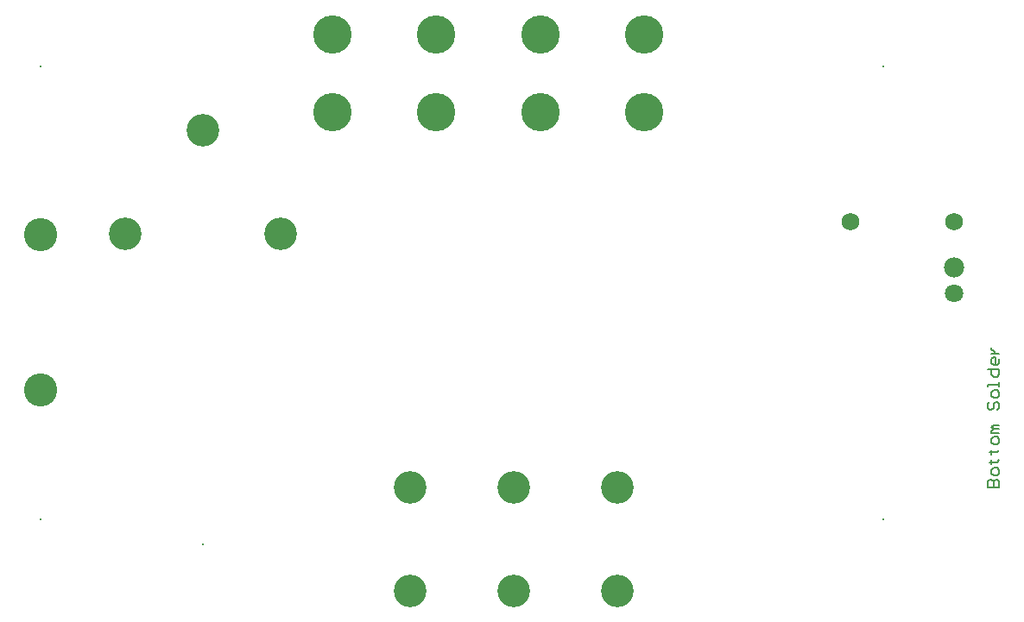
<source format=gbs>
%FSLAX23Y23*%
%MOIN*%
G70*
G01*
G75*
G04 Layer_Color=16711935*
%ADD10C,0.150*%
%ADD11C,0.050*%
%ADD12C,0.120*%
%ADD13C,0.020*%
%ADD14C,0.005*%
%ADD15C,0.120*%
%ADD16C,0.063*%
%ADD17C,0.070*%
%ADD18C,0.060*%
%ADD19C,0.118*%
%ADD20C,0.118*%
%ADD21C,0.140*%
%ADD22C,0.008*%
%ADD23C,0.008*%
%ADD24C,0.005*%
%ADD25C,0.040*%
%ADD26C,0.001*%
%ADD27C,0.002*%
%ADD28C,0.015*%
%ADD29C,0.010*%
%ADD30C,0.128*%
%ADD31C,0.071*%
%ADD32C,0.008*%
%ADD33C,0.078*%
%ADD34C,0.068*%
%ADD35C,0.126*%
%ADD36C,0.126*%
%ADD37C,0.148*%
D14*
X4030Y500D02*
X4075D01*
Y522D01*
X4068Y530D01*
X4060D01*
X4053Y522D01*
Y500D01*
Y522D01*
X4045Y530D01*
X4038D01*
X4030Y522D01*
Y500D01*
X4075Y552D02*
Y567D01*
X4068Y575D01*
X4053D01*
X4045Y567D01*
Y552D01*
X4053Y545D01*
X4068D01*
X4075Y552D01*
X4038Y597D02*
X4045D01*
Y590D01*
Y605D01*
Y597D01*
X4068D01*
X4075Y605D01*
X4038Y635D02*
X4045D01*
Y627D01*
Y642D01*
Y635D01*
X4068D01*
X4075Y642D01*
Y672D02*
Y687D01*
X4068Y695D01*
X4053D01*
X4045Y687D01*
Y672D01*
X4053Y665D01*
X4068D01*
X4075Y672D01*
Y710D02*
X4045D01*
Y717D01*
X4053Y725D01*
X4075D01*
X4053D01*
X4045Y732D01*
X4053Y740D01*
X4075D01*
X4038Y830D02*
X4030Y822D01*
Y807D01*
X4038Y800D01*
X4045D01*
X4053Y807D01*
Y822D01*
X4060Y830D01*
X4068D01*
X4075Y822D01*
Y807D01*
X4068Y800D01*
X4075Y852D02*
Y867D01*
X4068Y875D01*
X4053D01*
X4045Y867D01*
Y852D01*
X4053Y845D01*
X4068D01*
X4075Y852D01*
Y890D02*
Y905D01*
Y897D01*
X4030D01*
Y890D01*
Y957D02*
X4075D01*
Y935D01*
X4068Y927D01*
X4053D01*
X4045Y935D01*
Y957D01*
X4075Y995D02*
Y980D01*
X4068Y972D01*
X4053D01*
X4045Y980D01*
Y995D01*
X4053Y1002D01*
X4060D01*
Y972D01*
X4045Y1017D02*
X4075D01*
X4060D01*
X4053Y1025D01*
X4045Y1032D01*
Y1040D01*
D30*
X375Y875D02*
D03*
Y1475D02*
D03*
D31*
X3900Y1250D02*
D03*
D32*
X373Y2125D02*
D03*
Y375D02*
D03*
X3628D02*
D03*
Y2125D02*
D03*
X1000Y280D02*
D03*
D33*
X3900Y1350D02*
D03*
D34*
Y1525D02*
D03*
X3500D02*
D03*
D35*
X1000Y1880D02*
D03*
X1300Y1480D02*
D03*
X2200Y100D02*
D03*
Y500D02*
D03*
D36*
X700Y1480D02*
D03*
X1800Y500D02*
D03*
Y100D02*
D03*
X2600D02*
D03*
Y500D02*
D03*
D37*
X1900Y2250D02*
D03*
X2302Y2251D02*
D03*
X1900Y1950D02*
D03*
X2302Y1951D02*
D03*
X1500Y2250D02*
D03*
X2702Y2251D02*
D03*
X1500Y1950D02*
D03*
X2702Y1951D02*
D03*
M02*

</source>
